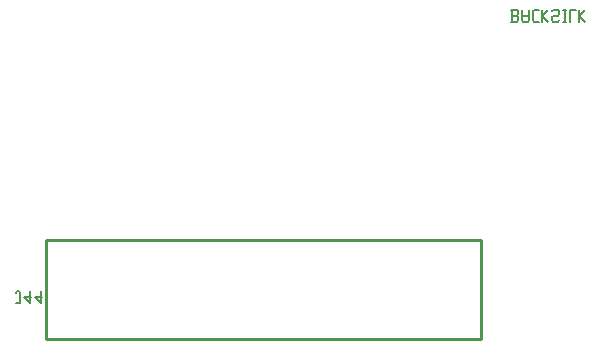
<source format=gbr>
G04 Title: TX Daughterboard, silkscreen, solder side *
G04 Creator: pcb-bin 1.99p *
G04 CreationDate: Thu Dec 30 02:16:24 2004 UTC *
G04 For: matt *
G04 Format: Gerber/RS-274X *
G04 PCB-Dimensions: 275000 250000 *
G04 PCB-Coordinate-Origin: lower left *
%MOIN*%
%FSLAX24Y24*%
%IPPOS*%
%ADD11C,0.0100*%
%ADD12C,0.0160*%
%ADD13C,0.0460*%
%ADD14C,0.0220*%
%ADD15R,0.0160X0.0160*%
%ADD16R,0.0460X0.0460*%
%ADD17R,0.0220X0.0220*%
%ADD18C,0.0080*%
%ADD19R,0.0600X0.0600*%
%ADD20R,0.0660X0.0660*%
%ADD21R,0.0900X0.0900X0.0600X0.0600*%
%ADD22R,0.0900X0.0900*%
%ADD23C,0.0600*%
%ADD24C,0.0660*%
%ADD25C,0.0900X0.0600*%
%ADD26C,0.0900*%
%ADD27C,0.0125*%
%AMTHERM1*7,0,0,0.0900,0.0600,0.0125,45*%
%ADD28THERM1*%
%ADD29C,0.1300*%
%ADD30C,0.1360*%
%ADD31C,0.1600X0.1300*%
%ADD32C,0.1600*%
%ADD33C,0.0200*%
%ADD34R,0.0240X0.0240*%
%ADD35R,0.0440X0.0440*%
%ADD36R,0.0300X0.0300*%
%ADD37C,0.0060*%
%AMTHERM2*7,0,0,0.0900,0.0600,0.0100,45*%
%ADD38THERM2*%
%ADD39R,0.0540X0.0540*%
%ADD40R,0.0650X0.0650*%
%ADD41R,0.0950X0.0950*%
%ADD42C,0.1200X0.0900*%
%ADD43C,0.1200*%
%ADD44C,0.0150*%
%AMTHERM3*7,0,0,0.1200,0.0900,0.0150,45*%
%ADD45THERM3*%
%ADD46C,0.0720*%
%ADD47C,0.0920X0.0720*%
%ADD48C,0.0920*%
%ADD49C,0.0240*%
%ADD50C,0.0340*%
%ADD51C,0.0500*%
%ADD52R,0.0200X0.0200*%
%ADD53R,0.0500X0.0500*%
%ADD54C,0.0137*%
%ADD55C,0.1320*%
%ADD56C,0.1520*%
%ADD57C,0.1520X0.1320*%
%ADD58C,0.0400*%
%ADD59C,0.0600X0.0400*%
%AMTHERM4*7,0,0,0.0600,0.0400,0.0100,45*%
%ADD60THERM4*%
%ADD61C,0.0800*%
%ADD62C,0.0800X0.0600*%
%AMTHERM5*7,0,0,0.0800,0.0600,0.0160,45*%
%ADD63THERM5*%
%LNGROUP_3*%
%LPD*%
G01X0Y0D02*
G54D11*X8399Y11918D02*Y8618D01*
Y11918D02*X22899D01*
X8399Y8618D02*X22899D01*
Y11918D02*Y8618D01*
G04 Text: J44 *
G54D18*X7399Y9818D02*X7549D01*
Y10168D01*
X7499Y10218D02*X7549Y10168D01*
X7449Y10218D02*X7499D01*
X7399Y10168D02*X7449Y10218D01*
X7669Y10018D02*X7869Y9818D01*
X7669Y10018D02*X7919D01*
X7869Y9818D02*Y10218D01*
X8039Y10018D02*X8239Y9818D01*
X8039Y10018D02*X8289D01*
X8239Y9818D02*Y10218D01*
G04 Text: BACKSILK *
X23900Y19600D02*X24100D01*
X24150Y19550D01*
Y19450D02*Y19550D01*
X24100Y19400D02*X24150Y19450D01*
X23950Y19400D02*X24100D01*
X23950Y19200D02*Y19600D01*
X23900Y19200D02*X24100D01*
X24150Y19250D01*
Y19350D01*
X24100Y19400D02*X24150Y19350D01*
X24270Y19250D02*Y19600D01*
Y19250D02*X24320Y19200D01*
X24470D01*
X24520Y19250D01*
Y19600D01*
X24270Y19400D02*X24520D01*
X24690Y19600D02*X24840D01*
X24640Y19550D02*X24690Y19600D01*
X24640Y19250D02*Y19550D01*
Y19250D02*X24690Y19200D01*
X24840D01*
X24960D02*Y19600D01*
Y19400D02*X25160Y19200D01*
X24960Y19400D02*X25160Y19600D01*
X25480Y19200D02*X25530Y19250D01*
X25330Y19200D02*X25480D01*
X25280Y19250D02*X25330Y19200D01*
X25280Y19250D02*Y19350D01*
X25330Y19400D01*
X25480D01*
X25530Y19450D01*
Y19550D01*
X25480Y19600D02*X25530Y19550D01*
X25330Y19600D02*X25480D01*
X25280Y19550D02*X25330Y19600D01*
X25650Y19200D02*X25750D01*
X25700D02*Y19600D01*
X25650D02*X25750D01*
X25870Y19200D02*Y19600D01*
X26070D01*
X26190Y19200D02*Y19600D01*
Y19400D02*X26390Y19200D01*
X26190Y19400D02*X26390Y19600D01*
%LNCUTS*%
%LPC*%
G54D19*X12200Y20740D03*
G54D23*X11120D03*
X10040D03*
X8960D03*
X7880D03*
X11660Y21860D03*
X10580D03*
X9500D03*
X8420D03*
G54D49*X21704Y11481D02*Y10571D01*
X16979Y11481D02*Y10571D01*
X17373Y11481D02*Y10571D01*
X17767Y11481D02*Y10571D01*
X18160Y11481D02*Y10571D01*
X18554Y11481D02*Y10571D01*
X19341Y11481D02*Y10571D01*
X18948Y11481D02*Y10571D01*
X19735Y11481D02*Y10571D01*
X20129Y11481D02*Y10571D01*
X20522Y11481D02*Y10571D01*
X20916Y11481D02*Y10571D01*
X16979Y10028D02*Y9118D01*
X17373Y10028D02*Y9118D01*
X17767Y10028D02*Y9118D01*
X18160Y10028D02*Y9118D01*
X18554Y10028D02*Y9118D01*
X18948Y10028D02*Y9118D01*
X19341Y10028D02*Y9118D01*
X19735Y10028D02*Y9118D01*
X20129Y10028D02*Y9118D01*
X20522Y10028D02*Y9118D01*
X20916Y10028D02*Y9118D01*
X21310Y10028D02*Y9118D01*
X21704Y10028D02*Y9118D01*
X21310Y11481D02*Y10571D01*
M02*

</source>
